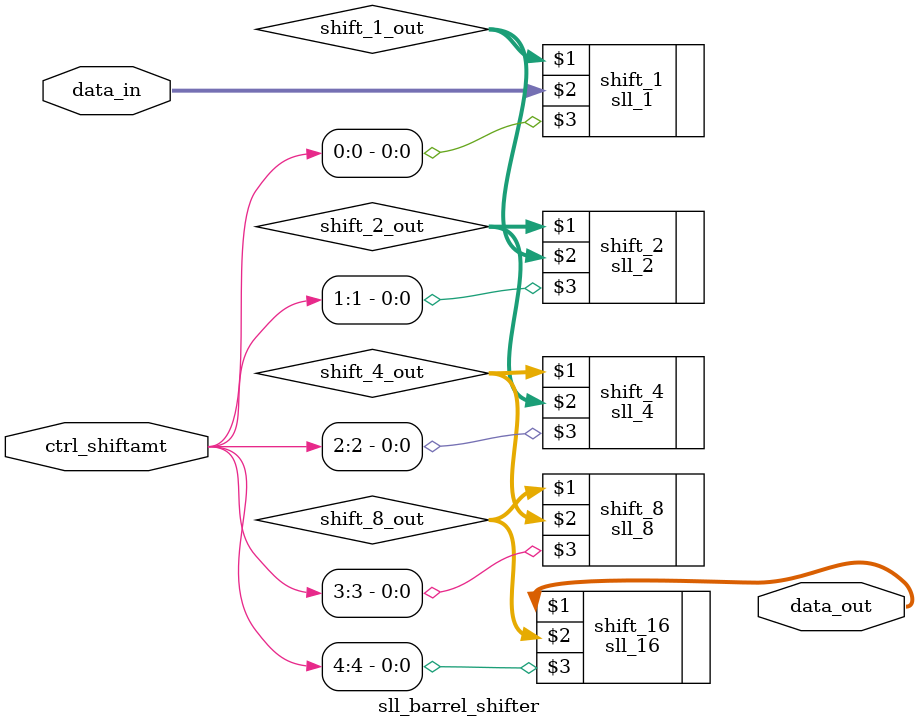
<source format=v>
module sll_barrel_shifter(data_in, ctrl_shiftamt, data_out);
    input [31:0] data_in;
    input [4:0] ctrl_shiftamt;

    output [31:0] data_out;

    wire [31:0] shift_1_out;
    wire [31:0] shift_2_out;
    wire [31:0] shift_4_out;
    wire [31:0] shift_8_out;

    sll_1 shift_1(shift_1_out, data_in, ctrl_shiftamt[0]);
    sll_2 shift_2(shift_2_out, shift_1_out, ctrl_shiftamt[1]);
    sll_4 shift_4(shift_4_out, shift_2_out, ctrl_shiftamt[2]);
    sll_8 shift_8(shift_8_out, shift_4_out, ctrl_shiftamt[3]);
    sll_16 shift_16(data_out, shift_8_out, ctrl_shiftamt[4]);

endmodule
</source>
